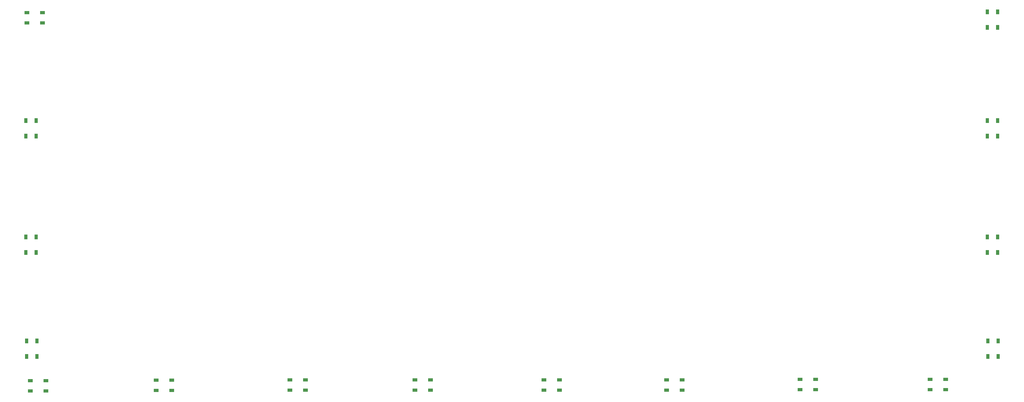
<source format=gbp>
G04 Layer: BottomPasteMaskLayer*
G04 EasyEDA Pro v2.1.51.8c9149c1.e57db4, 2024-03-19 08:44:46*
G04 Gerber Generator version 0.3*
G04 Scale: 100 percent, Rotated: No, Reflected: No*
G04 Dimensions in millimeters*
G04 Leading zeros omitted, absolute positions, 3 integers and 5 decimals*
%FSLAX35Y35*%
%MOMM*%
%ADD10R,1.5X1.0*%
%ADD11R,1.5X1.0*%
%ADD12R,1.0X1.5*%
%ADD13R,1.0X1.5*%
G75*


G04 Pad Start*
G54D10*
G01X17242600Y444411D03*
G01X17242600Y114389D03*
G01X16742601Y114389D03*
G01X16742601Y444411D03*
G01X21179600Y444411D03*
G01X21179600Y114389D03*
G01X20679601Y114389D03*
G01X20679601Y444411D03*
G01X25459500Y457111D03*
G01X25459500Y127089D03*
G01X24959501Y127089D03*
G01X24959501Y457111D03*
G54D11*
G01X29137801Y127089D03*
G01X29137801Y457111D03*
G01X29637800Y457111D03*
G01X29637800Y127089D03*
G54D12*
G01X31318111Y1197801D03*
G01X30988089Y1197801D03*
G01X30988089Y1697800D03*
G01X31318111Y1697800D03*
G01X31305411Y4537901D03*
G01X30975389Y4537901D03*
G01X30975389Y5037900D03*
G01X31305411Y5037900D03*
G01X31305411Y8284401D03*
G01X30975389Y8284401D03*
G01X30975389Y8784400D03*
G01X31305411Y8784400D03*
G01X31305411Y11776901D03*
G01X30975389Y11776901D03*
G01X30975389Y12276900D03*
G01X31305411Y12276900D03*
G54D11*
G01X143701Y11925389D03*
G01X143701Y12255411D03*
G01X643700Y12255411D03*
G01X643700Y11925389D03*
G54D13*
G01X114389Y8784400D03*
G01X444411Y8784400D03*
G01X444411Y8284401D03*
G01X114389Y8284401D03*
G01X114389Y5037900D03*
G01X444411Y5037900D03*
G01X444411Y4537901D03*
G01X114389Y4537901D03*
G01X139789Y1697800D03*
G01X469811Y1697800D03*
G01X469811Y1197801D03*
G01X139789Y1197801D03*
G54D10*
G01X758000Y419011D03*
G01X758000Y88989D03*
G01X258001Y88989D03*
G01X258001Y419011D03*
G01X4796600Y431711D03*
G01X4796600Y101689D03*
G01X4296601Y101689D03*
G01X4296601Y431711D03*
G01X9089200Y444411D03*
G01X9089200Y114389D03*
G01X8589201Y114389D03*
G01X8589201Y444411D03*
G01X13102400Y444411D03*
G01X13102400Y114389D03*
G01X12602401Y114389D03*
G01X12602401Y444411D03*
G04 Pad End*

M02*

</source>
